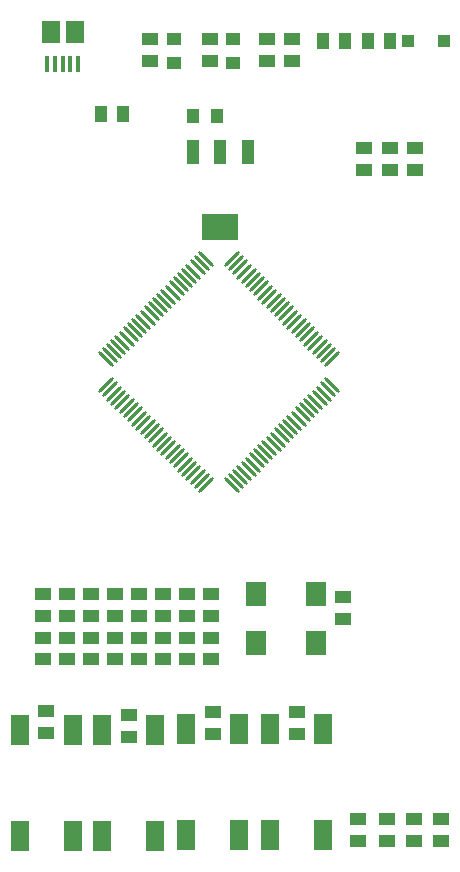
<source format=gtp>
G04*
G04 #@! TF.GenerationSoftware,Altium Limited,Altium Designer,20.1.10 (176)*
G04*
G04 Layer_Color=8421504*
%FSLAX24Y24*%
%MOIN*%
G70*
G04*
G04 #@! TF.SameCoordinates,9D01BC41-1964-44B2-BAAF-85125F902256*
G04*
G04*
G04 #@! TF.FilePolarity,Positive*
G04*
G01*
G75*
%ADD19R,0.0512X0.0394*%
%ADD20R,0.0157X0.0531*%
%ADD21R,0.0591X0.0748*%
%ADD22R,0.0394X0.0512*%
%ADD23R,0.0413X0.0551*%
%ADD24R,0.0394X0.0394*%
%ADD25R,0.0551X0.0413*%
%ADD26R,0.0400X0.0800*%
%ADD27R,0.1200X0.0900*%
%ADD28R,0.0591X0.0984*%
G04:AMPARAMS|DCode=29|XSize=11.8mil|YSize=70.9mil|CornerRadius=0mil|HoleSize=0mil|Usage=FLASHONLY|Rotation=315.000|XOffset=0mil|YOffset=0mil|HoleType=Round|Shape=Round|*
%AMOVALD29*
21,1,0.0591,0.0118,0.0000,0.0000,45.0*
1,1,0.0118,-0.0209,-0.0209*
1,1,0.0118,0.0209,0.0209*
%
%ADD29OVALD29*%

G04:AMPARAMS|DCode=30|XSize=11.8mil|YSize=70.9mil|CornerRadius=0mil|HoleSize=0mil|Usage=FLASHONLY|Rotation=225.000|XOffset=0mil|YOffset=0mil|HoleType=Round|Shape=Round|*
%AMOVALD30*
21,1,0.0591,0.0118,0.0000,0.0000,315.0*
1,1,0.0118,-0.0209,0.0209*
1,1,0.0118,0.0209,-0.0209*
%
%ADD30OVALD30*%

%ADD31R,0.0709X0.0787*%
D19*
X12554Y27309D02*
D03*
Y26509D02*
D03*
X10600Y27310D02*
D03*
Y26510D02*
D03*
D20*
X7406Y26476D02*
D03*
X7150D02*
D03*
X6894D02*
D03*
X6638D02*
D03*
X6382D02*
D03*
D21*
X7288Y27539D02*
D03*
X6500D02*
D03*
D22*
X11220Y24750D02*
D03*
X12020D02*
D03*
D23*
X8186Y24800D02*
D03*
X8914D02*
D03*
X16307Y27250D02*
D03*
X15578D02*
D03*
X17086Y27250D02*
D03*
X17814D02*
D03*
D24*
X18406D02*
D03*
X19587D02*
D03*
D25*
X19500Y1314D02*
D03*
Y586D02*
D03*
X18600Y1314D02*
D03*
Y586D02*
D03*
X17700Y1314D02*
D03*
Y586D02*
D03*
X16750Y1314D02*
D03*
Y586D02*
D03*
X17800Y23664D02*
D03*
Y22936D02*
D03*
X13702Y26571D02*
D03*
X18650Y22936D02*
D03*
Y23664D02*
D03*
X11050Y7357D02*
D03*
Y6629D02*
D03*
X10250Y7357D02*
D03*
Y6629D02*
D03*
X9450Y7357D02*
D03*
Y6629D02*
D03*
X8650Y7357D02*
D03*
Y6629D02*
D03*
X7850Y7357D02*
D03*
Y6629D02*
D03*
X7050Y7357D02*
D03*
Y6629D02*
D03*
X6250Y7357D02*
D03*
Y6629D02*
D03*
X11850Y7357D02*
D03*
Y6629D02*
D03*
X6250Y8079D02*
D03*
Y8807D02*
D03*
X7050Y8079D02*
D03*
Y8807D02*
D03*
X7850Y8079D02*
D03*
Y8807D02*
D03*
X11850Y8079D02*
D03*
Y8807D02*
D03*
X11050Y8079D02*
D03*
Y8807D02*
D03*
X10250Y8079D02*
D03*
Y8807D02*
D03*
X8650Y8079D02*
D03*
Y8807D02*
D03*
X9450Y8079D02*
D03*
Y8807D02*
D03*
X6350Y4914D02*
D03*
Y4186D02*
D03*
X9096Y4785D02*
D03*
Y4057D02*
D03*
X11900Y4864D02*
D03*
Y4136D02*
D03*
X14700Y4864D02*
D03*
Y4136D02*
D03*
X16250Y8714D02*
D03*
Y7986D02*
D03*
X14552Y26571D02*
D03*
Y27300D02*
D03*
X13702D02*
D03*
X11811Y26571D02*
D03*
X9804Y27300D02*
D03*
X11811D02*
D03*
X9804Y26571D02*
D03*
X16950Y23664D02*
D03*
Y22936D02*
D03*
D26*
X12150Y23550D02*
D03*
X11220Y23550D02*
D03*
X13080D02*
D03*
D27*
X12150Y21050D02*
D03*
D28*
X7236Y728D02*
D03*
X5464D02*
D03*
X7236Y4272D02*
D03*
X5464D02*
D03*
X9986Y728D02*
D03*
X8214D02*
D03*
X9986Y4272D02*
D03*
X8214D02*
D03*
X12786Y778D02*
D03*
X11014D02*
D03*
X12786Y4322D02*
D03*
X11014D02*
D03*
X15586Y778D02*
D03*
X13814D02*
D03*
X15586Y4322D02*
D03*
X13814D02*
D03*
D29*
X15872Y16631D02*
D03*
X15733Y16771D02*
D03*
X15594Y16910D02*
D03*
X15455Y17049D02*
D03*
X15315Y17188D02*
D03*
X15176Y17327D02*
D03*
X15037Y17467D02*
D03*
X14898Y17606D02*
D03*
X14759Y17745D02*
D03*
X14619Y17884D02*
D03*
X14480Y18023D02*
D03*
X14341Y18163D02*
D03*
X14202Y18302D02*
D03*
X14063Y18441D02*
D03*
X13923Y18580D02*
D03*
X13784Y18719D02*
D03*
X13645Y18859D02*
D03*
X13506Y18998D02*
D03*
X13367Y19137D02*
D03*
X13227Y19276D02*
D03*
X13088Y19415D02*
D03*
X12949Y19555D02*
D03*
X12810Y19694D02*
D03*
X12671Y19833D02*
D03*
X12531Y19972D02*
D03*
X8328Y15769D02*
D03*
X8467Y15629D02*
D03*
X8606Y15490D02*
D03*
X8745Y15351D02*
D03*
X8885Y15212D02*
D03*
X9024Y15073D02*
D03*
X9163Y14933D02*
D03*
X9302Y14794D02*
D03*
X9441Y14655D02*
D03*
X9581Y14516D02*
D03*
X9720Y14377D02*
D03*
X9859Y14237D02*
D03*
X9998Y14098D02*
D03*
X10137Y13959D02*
D03*
X10277Y13820D02*
D03*
X10416Y13681D02*
D03*
X10555Y13541D02*
D03*
X10694Y13402D02*
D03*
X10833Y13263D02*
D03*
X10973Y13124D02*
D03*
X11112Y12985D02*
D03*
X11251Y12845D02*
D03*
X11390Y12706D02*
D03*
X11529Y12567D02*
D03*
X11668Y12428D02*
D03*
D30*
Y19972D02*
D03*
X11529Y19833D02*
D03*
X11390Y19694D02*
D03*
X11251Y19555D02*
D03*
X11112Y19415D02*
D03*
X10973Y19276D02*
D03*
X10833Y19137D02*
D03*
X10694Y18998D02*
D03*
X10555Y18859D02*
D03*
X10416Y18719D02*
D03*
X10277Y18580D02*
D03*
X10137Y18441D02*
D03*
X9998Y18302D02*
D03*
X9859Y18163D02*
D03*
X9720Y18023D02*
D03*
X9581Y17884D02*
D03*
X9441Y17745D02*
D03*
X9302Y17606D02*
D03*
X9163Y17467D02*
D03*
X9024Y17327D02*
D03*
X8885Y17188D02*
D03*
X8745Y17049D02*
D03*
X8606Y16910D02*
D03*
X8467Y16771D02*
D03*
X8328Y16631D02*
D03*
X12531Y12428D02*
D03*
X12671Y12567D02*
D03*
X12810Y12706D02*
D03*
X12949Y12845D02*
D03*
X13088Y12985D02*
D03*
X13227Y13124D02*
D03*
X13367Y13263D02*
D03*
X13506Y13402D02*
D03*
X13645Y13541D02*
D03*
X13784Y13681D02*
D03*
X13923Y13820D02*
D03*
X14063Y13959D02*
D03*
X14202Y14098D02*
D03*
X14341Y14237D02*
D03*
X14480Y14377D02*
D03*
X14619Y14516D02*
D03*
X14759Y14655D02*
D03*
X14898Y14794D02*
D03*
X15037Y14933D02*
D03*
X15176Y15073D02*
D03*
X15315Y15212D02*
D03*
X15455Y15351D02*
D03*
X15594Y15490D02*
D03*
X15733Y15629D02*
D03*
X15872Y15769D02*
D03*
D31*
X15324Y8817D02*
D03*
Y7163D02*
D03*
X13326Y8817D02*
D03*
Y7163D02*
D03*
M02*

</source>
